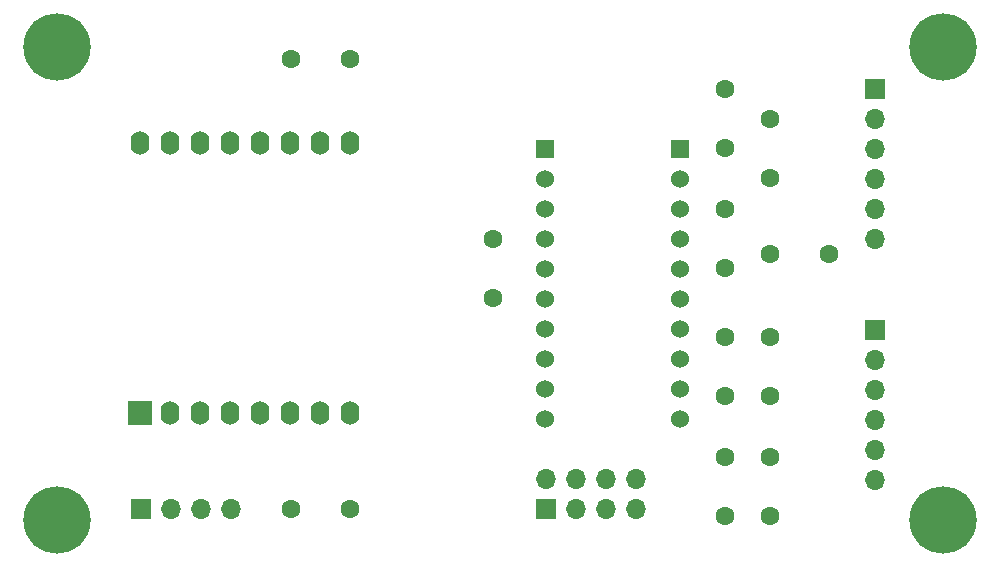
<source format=gbs>
G04 #@! TF.GenerationSoftware,KiCad,Pcbnew,6.0.11-2627ca5db0~126~ubuntu22.04.1*
G04 #@! TF.CreationDate,2023-04-26T19:26:48+03:00*
G04 #@! TF.ProjectId,layzspa-wifi-remote,6c61797a-7370-4612-9d77-6966692d7265,rev?*
G04 #@! TF.SameCoordinates,Original*
G04 #@! TF.FileFunction,Soldermask,Bot*
G04 #@! TF.FilePolarity,Negative*
%FSLAX46Y46*%
G04 Gerber Fmt 4.6, Leading zero omitted, Abs format (unit mm)*
G04 Created by KiCad (PCBNEW 6.0.11-2627ca5db0~126~ubuntu22.04.1) date 2023-04-26 19:26:48*
%MOMM*%
%LPD*%
G01*
G04 APERTURE LIST*
%ADD10R,1.700000X1.700000*%
%ADD11O,1.700000X1.700000*%
%ADD12R,2.000000X2.000000*%
%ADD13O,1.600000X2.000000*%
%ADD14C,1.600000*%
%ADD15C,3.600000*%
%ADD16C,5.700000*%
%ADD17C,1.524000*%
%ADD18R,1.524000X1.524000*%
G04 APERTURE END LIST*
D10*
X107950000Y-54760000D03*
D11*
X107950000Y-57300000D03*
X107950000Y-59840000D03*
X107950000Y-62380000D03*
X107950000Y-64920000D03*
X107950000Y-67460000D03*
D12*
X45720000Y-61745000D03*
D13*
X48260000Y-61745000D03*
X50800000Y-61745000D03*
X53340000Y-61745000D03*
X55880000Y-61745000D03*
X58420000Y-61745000D03*
X60960000Y-61745000D03*
X63500000Y-61745000D03*
X63500000Y-38885000D03*
X60960000Y-38885000D03*
X58420000Y-38885000D03*
X55880000Y-38885000D03*
X53340000Y-38885000D03*
X50800000Y-38885000D03*
X48260000Y-38885000D03*
X45720000Y-38885000D03*
D14*
X99060000Y-48260000D03*
X104060000Y-48260000D03*
X95250000Y-39330000D03*
X95250000Y-34330000D03*
X63460000Y-31750000D03*
X58460000Y-31750000D03*
D15*
X113700000Y-70800000D03*
D16*
X113700000Y-70800000D03*
D17*
X80010000Y-52070000D03*
X91440000Y-52070000D03*
X91440000Y-49530000D03*
D18*
X91440000Y-39370000D03*
D17*
X91440000Y-41910000D03*
X91440000Y-44450000D03*
X91440000Y-46990000D03*
X91440000Y-54610000D03*
X91440000Y-57150000D03*
X91440000Y-59690000D03*
X91440000Y-62230000D03*
X80010000Y-49530000D03*
D18*
X80010000Y-39370000D03*
D17*
X80010000Y-41910000D03*
X80010000Y-44450000D03*
X80010000Y-46990000D03*
X80010000Y-54610000D03*
X80010000Y-57150000D03*
X80010000Y-59690000D03*
X80010000Y-62230000D03*
D14*
X95250000Y-65445000D03*
X95250000Y-70445000D03*
X99060000Y-65445000D03*
X99060000Y-70445000D03*
X99060000Y-60285000D03*
X99060000Y-55285000D03*
D16*
X38700000Y-30800000D03*
D15*
X38700000Y-30800000D03*
D16*
X113700000Y-30800000D03*
D15*
X113700000Y-30800000D03*
D10*
X107950000Y-34290000D03*
D11*
X107950000Y-36830000D03*
X107950000Y-39370000D03*
X107950000Y-41910000D03*
X107950000Y-44450000D03*
X107950000Y-46990000D03*
D14*
X75565000Y-52030000D03*
X75565000Y-47030000D03*
X63460000Y-69850000D03*
X58460000Y-69850000D03*
D10*
X45730000Y-69850000D03*
D11*
X48270000Y-69850000D03*
X50810000Y-69850000D03*
X53350000Y-69850000D03*
D10*
X80020000Y-69855000D03*
D11*
X80020000Y-67315000D03*
X82560000Y-69855000D03*
X82560000Y-67315000D03*
X85100000Y-69855000D03*
X85100000Y-67315000D03*
X87640000Y-69855000D03*
X87640000Y-67315000D03*
D14*
X95250000Y-49490000D03*
X95250000Y-44490000D03*
X99060000Y-41870000D03*
X99060000Y-36870000D03*
X95250000Y-60285000D03*
X95250000Y-55285000D03*
D15*
X38700000Y-70800000D03*
D16*
X38700000Y-70800000D03*
M02*

</source>
